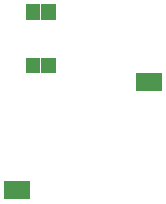
<source format=gts>
G04 Layer: TopSolderMaskLayer*
G04 EasyEDA v6.4.7, 2020-10-05T14:23:05+01:00*
G04 2c2162e3dd23406bb5aba25b7724e7bd,81cdacc9909441f8a3d49748f20dc12b,10*
G04 Gerber Generator version 0.2*
G04 Scale: 100 percent, Rotated: No, Reflected: No *
G04 Dimensions in millimeters *
G04 leading zeros omitted , absolute positions ,3 integer and 3 decimal *
%FSLAX33Y33*%
%MOMM*%
G90*
D02*


%LPD*%
G36*
G01X2491Y19082D02*
G01X2491Y19833D01*
G01X3096Y19833D01*
G01X3096Y19082D01*
G01X2491Y19082D01*
G37*
G36*
G01X4091Y19879D02*
G01X4091Y20631D01*
G01X4696Y20631D01*
G01X4696Y19879D01*
G01X4091Y19879D01*
G37*
G36*
G01X4091Y19082D02*
G01X4091Y19833D01*
G01X4696Y19833D01*
G01X4696Y19082D01*
G01X4091Y19082D01*
G37*
G36*
G01X3093Y19879D02*
G01X3093Y20631D01*
G01X3596Y20631D01*
G01X3596Y19879D01*
G01X3093Y19879D01*
G37*
G36*
G01X3093Y19082D02*
G01X3093Y19833D01*
G01X3596Y19833D01*
G01X3596Y19082D01*
G01X3093Y19082D01*
G37*
G36*
G01X3591Y19879D02*
G01X3591Y20631D01*
G01X4094Y20631D01*
G01X4094Y19879D01*
G01X3591Y19879D01*
G37*
G36*
G01X3591Y19082D02*
G01X3591Y19833D01*
G01X4094Y19833D01*
G01X4094Y19082D01*
G01X3591Y19082D01*
G37*
G36*
G01X2491Y19879D02*
G01X2491Y20631D01*
G01X3096Y20631D01*
G01X3096Y19879D01*
G01X2491Y19879D01*
G37*
G36*
G01X13667Y28226D02*
G01X13667Y28977D01*
G01X14272Y28977D01*
G01X14272Y28226D01*
G01X13667Y28226D01*
G37*
G36*
G01X15267Y29023D02*
G01X15267Y29775D01*
G01X15872Y29775D01*
G01X15872Y29023D01*
G01X15267Y29023D01*
G37*
G36*
G01X15267Y28226D02*
G01X15267Y28977D01*
G01X15872Y28977D01*
G01X15872Y28226D01*
G01X15267Y28226D01*
G37*
G36*
G01X14269Y29023D02*
G01X14269Y29775D01*
G01X14772Y29775D01*
G01X14772Y29023D01*
G01X14269Y29023D01*
G37*
G36*
G01X14269Y28226D02*
G01X14269Y28977D01*
G01X14772Y28977D01*
G01X14772Y28226D01*
G01X14269Y28226D01*
G37*
G36*
G01X14767Y29023D02*
G01X14767Y29775D01*
G01X15270Y29775D01*
G01X15270Y29023D01*
G01X14767Y29023D01*
G37*
G36*
G01X14767Y28226D02*
G01X14767Y28977D01*
G01X15270Y28977D01*
G01X15270Y28226D01*
G01X14767Y28226D01*
G37*
G36*
G01X13667Y29023D02*
G01X13667Y29775D01*
G01X14272Y29775D01*
G01X14272Y29023D01*
G01X13667Y29023D01*
G37*
G36*
G01X4323Y29752D02*
G01X4323Y31055D01*
G01X4925Y31055D01*
G01X4925Y29752D01*
G01X4323Y29752D01*
G37*
G36*
G01X4958Y29752D02*
G01X4958Y31055D01*
G01X5560Y31055D01*
G01X5560Y29752D01*
G01X4958Y29752D01*
G37*
G36*
G01X5618Y29752D02*
G01X5618Y31055D01*
G01X6220Y31055D01*
G01X6220Y29752D01*
G01X5618Y29752D01*
G37*
G36*
G01X6253Y29752D02*
G01X6253Y31055D01*
G01X6855Y31055D01*
G01X6855Y29752D01*
G01X6253Y29752D01*
G37*
G36*
G01X6253Y34273D02*
G01X6253Y35576D01*
G01X6855Y35576D01*
G01X6855Y34273D01*
G01X6253Y34273D01*
G37*
G36*
G01X5618Y34273D02*
G01X5618Y35576D01*
G01X6220Y35576D01*
G01X6220Y34273D01*
G01X5618Y34273D01*
G37*
G36*
G01X4958Y34273D02*
G01X4958Y35576D01*
G01X5560Y35576D01*
G01X5560Y34273D01*
G01X4958Y34273D01*
G37*
G36*
G01X4323Y34273D02*
G01X4323Y35576D01*
G01X4925Y35576D01*
G01X4925Y34273D01*
G01X4323Y34273D01*
G37*
M00*
M02*

</source>
